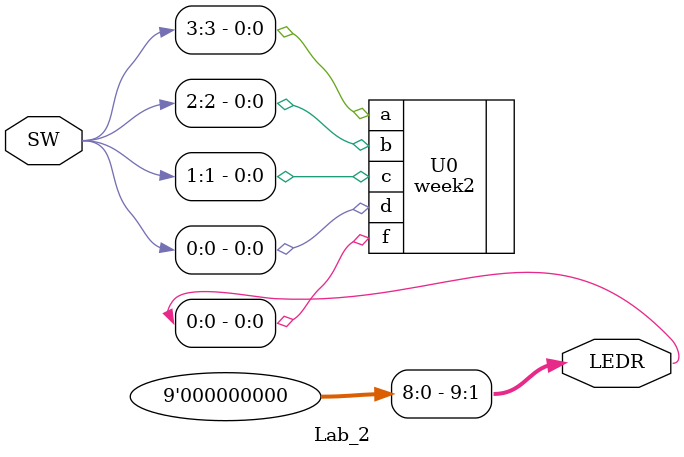
<source format=v>
module Lab_2 (input [3:0] SW, output [9:0] LEDR);

assign LEDR[9:1] = 0;
week2 U0 (.a(SW[3]), .b(SW[2]), .c(SW[1]), .d(SW[0]), .f(LEDR[0]));

endmodule
</source>
